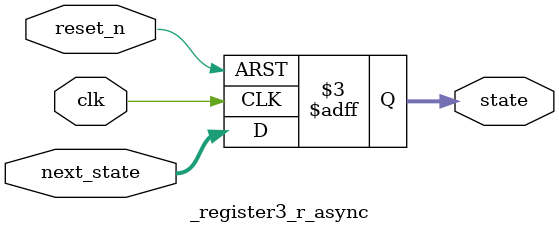
<source format=v>
module _register3_r_async(clk, reset_n, next_state, state);
	input clk, reset_n;
	input [2:0] next_state;
	output reg [2:0] state;
	
	always@(posedge clk or negedge reset_n)
	begin
		if(reset_n == 1'b0) state <= 3'b0;
		else state <= next_state;
	end
endmodule

</source>
